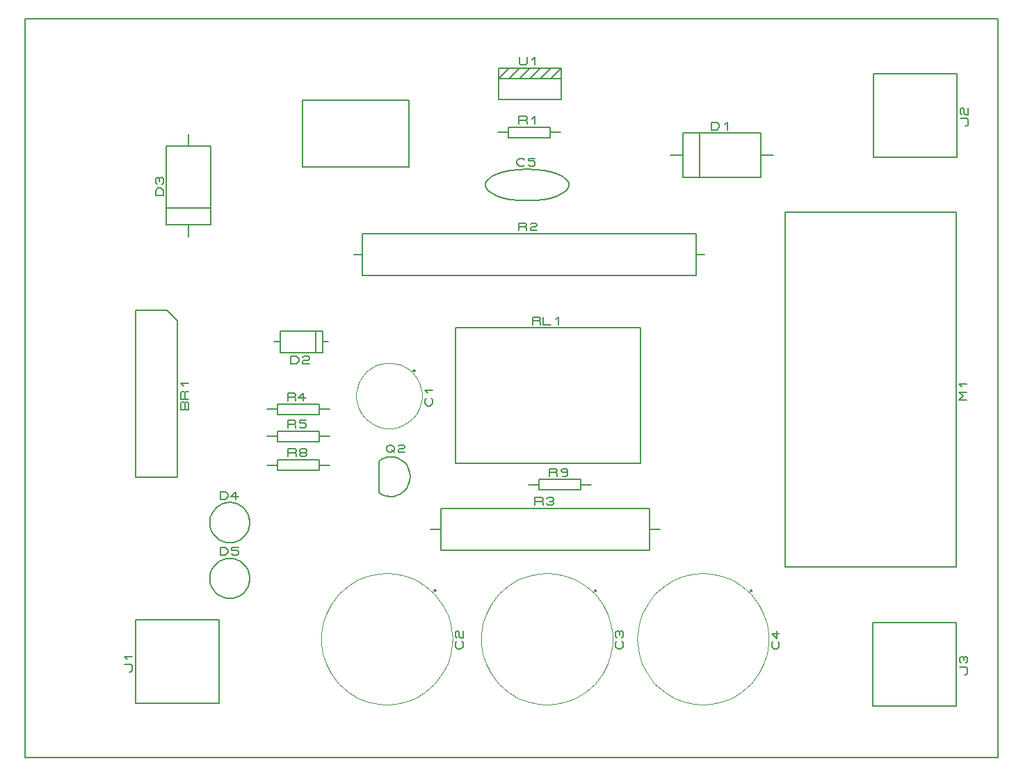
<source format=gbr>
G04 PROTEUS RS274X GERBER FILE*
%FSLAX45Y45*%
%MOMM*%
G01*
%ADD16C,0.203200*%
%ADD20C,0.120000*%
%ADD21C,0.200000*%
D16*
X-5004000Y+1022000D02*
X-5004000Y-1010000D01*
X-5004000Y+1022000D02*
X-4623000Y+1022000D01*
X-4496000Y+895000D01*
X-4496000Y-1010000D01*
X-5004000Y-1010000D01*
X-4363920Y-184500D02*
X-4455360Y-184500D01*
X-4455360Y-105125D01*
X-4440120Y-89250D01*
X-4424880Y-89250D01*
X-4409640Y-105125D01*
X-4394400Y-89250D01*
X-4379160Y-89250D01*
X-4363920Y-105125D01*
X-4363920Y-184500D01*
X-4409640Y-184500D02*
X-4409640Y-105125D01*
X-4363920Y-57500D02*
X-4455360Y-57500D01*
X-4455360Y+21875D01*
X-4440120Y+37750D01*
X-4424880Y+37750D01*
X-4409640Y+21875D01*
X-4409640Y-57500D01*
X-4409640Y+21875D02*
X-4394400Y+37750D01*
X-4363920Y+37750D01*
X-4424880Y+101250D02*
X-4455360Y+133000D01*
X-4363920Y+133000D01*
D20*
X-1520000Y-15000D02*
X-1521256Y+16670D01*
X-1531448Y+80011D01*
X-1552679Y+143352D01*
X-1587055Y+206693D01*
X-1639349Y+270018D01*
X-1702690Y+320822D01*
X-1766031Y+354180D01*
X-1829372Y+374598D01*
X-1892713Y+384068D01*
X-1920000Y+385000D01*
X-2320000Y-15000D02*
X-2318744Y+16670D01*
X-2308552Y+80011D01*
X-2287321Y+143352D01*
X-2252945Y+206693D01*
X-2200651Y+270018D01*
X-2137310Y+320822D01*
X-2073969Y+354180D01*
X-2010628Y+374598D01*
X-1947287Y+384068D01*
X-1920000Y+385000D01*
X-2320000Y-15000D02*
X-2318744Y-46670D01*
X-2308552Y-110011D01*
X-2287321Y-173352D01*
X-2252945Y-236693D01*
X-2200651Y-300018D01*
X-2137310Y-350822D01*
X-2073969Y-384180D01*
X-2010628Y-404598D01*
X-1947287Y-414068D01*
X-1920000Y-415000D01*
X-1520000Y-15000D02*
X-1521256Y-46670D01*
X-1531448Y-110011D01*
X-1552679Y-173352D01*
X-1587055Y-236693D01*
X-1639349Y-300018D01*
X-1702690Y-350822D01*
X-1766031Y-384180D01*
X-1829372Y-404598D01*
X-1892713Y-414068D01*
X-1920000Y-415000D01*
D21*
X-1605000Y+290000D02*
X-1605035Y+290831D01*
X-1605316Y+292495D01*
X-1605906Y+294159D01*
X-1606870Y+295823D01*
X-1608345Y+297464D01*
X-1610009Y+298665D01*
X-1611673Y+299430D01*
X-1613337Y+299861D01*
X-1615000Y+300000D01*
X-1625000Y+290000D02*
X-1624965Y+290831D01*
X-1624684Y+292495D01*
X-1624094Y+294159D01*
X-1623130Y+295823D01*
X-1621655Y+297464D01*
X-1619991Y+298665D01*
X-1618327Y+299430D01*
X-1616663Y+299861D01*
X-1615000Y+300000D01*
X-1625000Y+290000D02*
X-1624965Y+289169D01*
X-1624684Y+287505D01*
X-1624094Y+285841D01*
X-1623130Y+284177D01*
X-1621655Y+282536D01*
X-1619991Y+281335D01*
X-1618327Y+280570D01*
X-1616663Y+280139D01*
X-1615000Y+280000D01*
X-1605000Y+290000D02*
X-1605035Y+289169D01*
X-1605316Y+287505D01*
X-1605906Y+285841D01*
X-1606870Y+284177D01*
X-1608345Y+282536D01*
X-1610009Y+281335D01*
X-1611673Y+280570D01*
X-1613337Y+280139D01*
X-1615000Y+280000D01*
D16*
X-1407320Y-46750D02*
X-1392080Y-62625D01*
X-1392080Y-110250D01*
X-1422560Y-142000D01*
X-1453040Y-142000D01*
X-1483520Y-110250D01*
X-1483520Y-62625D01*
X-1468280Y-46750D01*
X-1453040Y+16750D02*
X-1483520Y+48500D01*
X-1392080Y+48500D01*
X-591000Y+3593000D02*
X+171000Y+3593000D01*
X+171000Y+3847000D01*
X-591000Y+3847000D01*
X-591000Y+3593000D01*
X-591000Y+3847000D02*
X-591000Y+3974000D01*
X+171000Y+3974000D01*
X+171000Y+3847000D01*
X-591000Y+3847000D02*
X-464000Y+3974000D01*
X-464000Y+3847000D02*
X-337000Y+3974000D01*
X-337000Y+3847000D02*
X-210000Y+3974000D01*
X-210000Y+3847000D02*
X-83000Y+3974000D01*
X-83000Y+3847000D02*
X+44000Y+3974000D01*
X+44000Y+3847000D02*
X+171000Y+3974000D01*
X-337000Y+4106080D02*
X-337000Y+4029880D01*
X-321125Y+4014640D01*
X-257625Y+4014640D01*
X-241750Y+4029880D01*
X-241750Y+4106080D01*
X-178250Y+4075600D02*
X-146500Y+4106080D01*
X-146500Y+4014640D01*
X-3247882Y+505380D02*
X-2729722Y+505380D01*
X-2729722Y+772080D01*
X-3247882Y+772080D01*
X-3247882Y+505380D01*
X-2811002Y+507920D02*
X-2811002Y+769540D01*
X-2658602Y+640000D02*
X-2729722Y+640000D01*
X-3247882Y+640000D02*
X-3319002Y+640000D01*
X-3115802Y+373300D02*
X-3115802Y+464740D01*
X-3052302Y+464740D01*
X-3020552Y+434260D01*
X-3020552Y+403780D01*
X-3052302Y+373300D01*
X-3115802Y+373300D01*
X-2972927Y+449500D02*
X-2957052Y+464740D01*
X-2909427Y+464740D01*
X-2893552Y+449500D01*
X-2893552Y+434260D01*
X-2909427Y+419020D01*
X-2957052Y+419020D01*
X-2972927Y+403780D01*
X-2972927Y+373300D01*
X-2893552Y+373300D01*
X-1110000Y-840000D02*
X+1140000Y-840000D01*
X+1140000Y+810000D01*
X-1110000Y+810000D01*
X-1110000Y-840000D01*
X-175500Y+850640D02*
X-175500Y+942080D01*
X-96125Y+942080D01*
X-80250Y+926840D01*
X-80250Y+911600D01*
X-96125Y+896360D01*
X-175500Y+896360D01*
X-96125Y+896360D02*
X-80250Y+881120D01*
X-80250Y+850640D01*
X-48500Y+942080D02*
X-48500Y+850640D01*
X+46750Y+850640D01*
X+110250Y+911600D02*
X+142000Y+942080D01*
X+142000Y+850640D01*
X+1655699Y+2640000D02*
X+2605699Y+2640000D01*
X+2605699Y+3180000D01*
X+1655699Y+3180000D01*
X+1655699Y+2640000D01*
X+1855699Y+3180000D02*
X+1855699Y+2640000D01*
X+1655699Y+2910000D02*
X+1505699Y+2910000D01*
X+2605699Y+2910000D02*
X+2755699Y+2910000D01*
X+2003699Y+3220640D02*
X+2003699Y+3312080D01*
X+2067199Y+3312080D01*
X+2098949Y+3281600D01*
X+2098949Y+3251120D01*
X+2067199Y+3220640D01*
X+2003699Y+3220640D01*
X+2162449Y+3281600D02*
X+2194199Y+3312080D01*
X+2194199Y+3220640D01*
X-4630000Y+2070000D02*
X-4090000Y+2070000D01*
X-4090000Y+3020000D01*
X-4630000Y+3020000D01*
X-4630000Y+2070000D01*
X-4630000Y+2270000D02*
X-4090000Y+2270000D01*
X-4360000Y+2070000D02*
X-4360000Y+1920000D01*
X-4360000Y+3020000D02*
X-4360000Y+3170000D01*
X-4670640Y+2418000D02*
X-4762080Y+2418000D01*
X-4762080Y+2481500D01*
X-4731600Y+2513250D01*
X-4701120Y+2513250D01*
X-4670640Y+2481500D01*
X-4670640Y+2418000D01*
X-4746840Y+2560875D02*
X-4762080Y+2576750D01*
X-4762080Y+2624375D01*
X-4746840Y+2640250D01*
X-4731600Y+2640250D01*
X-4716360Y+2624375D01*
X-4701120Y+2640250D01*
X-4685880Y+2640250D01*
X-4670640Y+2624375D01*
X-4670640Y+2576750D01*
X-4685880Y+2560875D01*
X-4716360Y+2592625D02*
X-4716360Y+2624375D01*
D20*
X-1150000Y-2975000D02*
X-1152278Y-2914668D01*
X-1170744Y-2794003D01*
X-1209055Y-2673338D01*
X-1270559Y-2552673D01*
X-1362497Y-2432008D01*
X-1482286Y-2325967D01*
X-1602951Y-2254197D01*
X-1723616Y-2207699D01*
X-1844281Y-2182016D01*
X-1950000Y-2175000D01*
X-2750000Y-2975000D02*
X-2747722Y-2914668D01*
X-2729256Y-2794003D01*
X-2690945Y-2673338D01*
X-2629441Y-2552673D01*
X-2537503Y-2432008D01*
X-2417714Y-2325967D01*
X-2297049Y-2254197D01*
X-2176384Y-2207699D01*
X-2055719Y-2182016D01*
X-1950000Y-2175000D01*
X-2750000Y-2975000D02*
X-2747722Y-3035332D01*
X-2729256Y-3155997D01*
X-2690945Y-3276662D01*
X-2629441Y-3397327D01*
X-2537503Y-3517992D01*
X-2417714Y-3624033D01*
X-2297049Y-3695803D01*
X-2176384Y-3742301D01*
X-2055719Y-3767984D01*
X-1950000Y-3775000D01*
X-1150000Y-2975000D02*
X-1152278Y-3035332D01*
X-1170744Y-3155997D01*
X-1209055Y-3276662D01*
X-1270559Y-3397327D01*
X-1362497Y-3517992D01*
X-1482286Y-3624033D01*
X-1602951Y-3695803D01*
X-1723616Y-3742301D01*
X-1844281Y-3767984D01*
X-1950000Y-3775000D01*
D21*
X-1352000Y-2387000D02*
X-1352035Y-2386169D01*
X-1352316Y-2384505D01*
X-1352906Y-2382841D01*
X-1353870Y-2381177D01*
X-1355345Y-2379536D01*
X-1357009Y-2378335D01*
X-1358673Y-2377570D01*
X-1360337Y-2377139D01*
X-1362000Y-2377000D01*
X-1372000Y-2387000D02*
X-1371965Y-2386169D01*
X-1371684Y-2384505D01*
X-1371094Y-2382841D01*
X-1370130Y-2381177D01*
X-1368655Y-2379536D01*
X-1366991Y-2378335D01*
X-1365327Y-2377570D01*
X-1363663Y-2377139D01*
X-1362000Y-2377000D01*
X-1372000Y-2387000D02*
X-1371965Y-2387831D01*
X-1371684Y-2389495D01*
X-1371094Y-2391159D01*
X-1370130Y-2392823D01*
X-1368655Y-2394464D01*
X-1366991Y-2395665D01*
X-1365327Y-2396430D01*
X-1363663Y-2396861D01*
X-1362000Y-2397000D01*
X-1352000Y-2387000D02*
X-1352035Y-2387831D01*
X-1352316Y-2389495D01*
X-1352906Y-2391159D01*
X-1353870Y-2392823D01*
X-1355345Y-2394464D01*
X-1357009Y-2395665D01*
X-1358673Y-2396430D01*
X-1360337Y-2396861D01*
X-1362000Y-2397000D01*
D16*
X-1037320Y-3006750D02*
X-1022080Y-3022625D01*
X-1022080Y-3070250D01*
X-1052560Y-3102000D01*
X-1083040Y-3102000D01*
X-1113520Y-3070250D01*
X-1113520Y-3022625D01*
X-1098280Y-3006750D01*
X-1098280Y-2959125D02*
X-1113520Y-2943250D01*
X-1113520Y-2895625D01*
X-1098280Y-2879750D01*
X-1083040Y-2879750D01*
X-1067800Y-2895625D01*
X-1067800Y-2943250D01*
X-1052560Y-2959125D01*
X-1022080Y-2959125D01*
X-1022080Y-2879750D01*
D20*
X+800000Y-2975000D02*
X+797722Y-2914668D01*
X+779256Y-2794003D01*
X+740945Y-2673338D01*
X+679441Y-2552673D01*
X+587503Y-2432008D01*
X+467714Y-2325967D01*
X+347049Y-2254197D01*
X+226384Y-2207699D01*
X+105719Y-2182016D01*
X+0Y-2175000D01*
X-800000Y-2975000D02*
X-797722Y-2914668D01*
X-779256Y-2794003D01*
X-740945Y-2673338D01*
X-679441Y-2552673D01*
X-587503Y-2432008D01*
X-467714Y-2325967D01*
X-347049Y-2254197D01*
X-226384Y-2207699D01*
X-105719Y-2182016D01*
X+0Y-2175000D01*
X-800000Y-2975000D02*
X-797722Y-3035332D01*
X-779256Y-3155997D01*
X-740945Y-3276662D01*
X-679441Y-3397327D01*
X-587503Y-3517992D01*
X-467714Y-3624033D01*
X-347049Y-3695803D01*
X-226384Y-3742301D01*
X-105719Y-3767984D01*
X+0Y-3775000D01*
X+800000Y-2975000D02*
X+797722Y-3035332D01*
X+779256Y-3155997D01*
X+740945Y-3276662D01*
X+679441Y-3397327D01*
X+587503Y-3517992D01*
X+467714Y-3624033D01*
X+347049Y-3695803D01*
X+226384Y-3742301D01*
X+105719Y-3767984D01*
X+0Y-3775000D01*
D21*
X+598000Y-2387000D02*
X+597965Y-2386169D01*
X+597684Y-2384505D01*
X+597094Y-2382841D01*
X+596130Y-2381177D01*
X+594655Y-2379536D01*
X+592991Y-2378335D01*
X+591327Y-2377570D01*
X+589663Y-2377139D01*
X+588000Y-2377000D01*
X+578000Y-2387000D02*
X+578035Y-2386169D01*
X+578316Y-2384505D01*
X+578906Y-2382841D01*
X+579870Y-2381177D01*
X+581345Y-2379536D01*
X+583009Y-2378335D01*
X+584673Y-2377570D01*
X+586337Y-2377139D01*
X+588000Y-2377000D01*
X+578000Y-2387000D02*
X+578035Y-2387831D01*
X+578316Y-2389495D01*
X+578906Y-2391159D01*
X+579870Y-2392823D01*
X+581345Y-2394464D01*
X+583009Y-2395665D01*
X+584673Y-2396430D01*
X+586337Y-2396861D01*
X+588000Y-2397000D01*
X+598000Y-2387000D02*
X+597965Y-2387831D01*
X+597684Y-2389495D01*
X+597094Y-2391159D01*
X+596130Y-2392823D01*
X+594655Y-2394464D01*
X+592991Y-2395665D01*
X+591327Y-2396430D01*
X+589663Y-2396861D01*
X+588000Y-2397000D01*
D16*
X+912680Y-3006750D02*
X+927920Y-3022625D01*
X+927920Y-3070250D01*
X+897440Y-3102000D01*
X+866960Y-3102000D01*
X+836480Y-3070250D01*
X+836480Y-3022625D01*
X+851720Y-3006750D01*
X+851720Y-2959125D02*
X+836480Y-2943250D01*
X+836480Y-2895625D01*
X+851720Y-2879750D01*
X+866960Y-2879750D01*
X+882200Y-2895625D01*
X+897440Y-2879750D01*
X+912680Y-2879750D01*
X+927920Y-2895625D01*
X+927920Y-2943250D01*
X+912680Y-2959125D01*
X+882200Y-2927375D02*
X+882200Y-2895625D01*
D20*
X+2700000Y-2975000D02*
X+2697722Y-2914668D01*
X+2679256Y-2794003D01*
X+2640945Y-2673338D01*
X+2579441Y-2552673D01*
X+2487503Y-2432008D01*
X+2367714Y-2325967D01*
X+2247049Y-2254197D01*
X+2126384Y-2207699D01*
X+2005719Y-2182016D01*
X+1900000Y-2175000D01*
X+1100000Y-2975000D02*
X+1102278Y-2914668D01*
X+1120744Y-2794003D01*
X+1159055Y-2673338D01*
X+1220559Y-2552673D01*
X+1312497Y-2432008D01*
X+1432286Y-2325967D01*
X+1552951Y-2254197D01*
X+1673616Y-2207699D01*
X+1794281Y-2182016D01*
X+1900000Y-2175000D01*
X+1100000Y-2975000D02*
X+1102278Y-3035332D01*
X+1120744Y-3155997D01*
X+1159055Y-3276662D01*
X+1220559Y-3397327D01*
X+1312497Y-3517992D01*
X+1432286Y-3624033D01*
X+1552951Y-3695803D01*
X+1673616Y-3742301D01*
X+1794281Y-3767984D01*
X+1900000Y-3775000D01*
X+2700000Y-2975000D02*
X+2697722Y-3035332D01*
X+2679256Y-3155997D01*
X+2640945Y-3276662D01*
X+2579441Y-3397327D01*
X+2487503Y-3517992D01*
X+2367714Y-3624033D01*
X+2247049Y-3695803D01*
X+2126384Y-3742301D01*
X+2005719Y-3767984D01*
X+1900000Y-3775000D01*
D21*
X+2498000Y-2387000D02*
X+2497965Y-2386169D01*
X+2497684Y-2384505D01*
X+2497094Y-2382841D01*
X+2496130Y-2381177D01*
X+2494655Y-2379536D01*
X+2492991Y-2378335D01*
X+2491327Y-2377570D01*
X+2489663Y-2377139D01*
X+2488000Y-2377000D01*
X+2478000Y-2387000D02*
X+2478035Y-2386169D01*
X+2478316Y-2384505D01*
X+2478906Y-2382841D01*
X+2479870Y-2381177D01*
X+2481345Y-2379536D01*
X+2483009Y-2378335D01*
X+2484673Y-2377570D01*
X+2486337Y-2377139D01*
X+2488000Y-2377000D01*
X+2478000Y-2387000D02*
X+2478035Y-2387831D01*
X+2478316Y-2389495D01*
X+2478906Y-2391159D01*
X+2479870Y-2392823D01*
X+2481345Y-2394464D01*
X+2483009Y-2395665D01*
X+2484673Y-2396430D01*
X+2486337Y-2396861D01*
X+2488000Y-2397000D01*
X+2498000Y-2387000D02*
X+2497965Y-2387831D01*
X+2497684Y-2389495D01*
X+2497094Y-2391159D01*
X+2496130Y-2392823D01*
X+2494655Y-2394464D01*
X+2492991Y-2395665D01*
X+2491327Y-2396430D01*
X+2489663Y-2396861D01*
X+2488000Y-2397000D01*
D16*
X+2812680Y-3006750D02*
X+2827920Y-3022625D01*
X+2827920Y-3070250D01*
X+2797440Y-3102000D01*
X+2766960Y-3102000D01*
X+2736480Y-3070250D01*
X+2736480Y-3022625D01*
X+2751720Y-3006750D01*
X+2797440Y-2879750D02*
X+2797440Y-2975000D01*
X+2736480Y-2911500D01*
X+2827920Y-2911500D01*
X+4992476Y+3899524D02*
X+3976476Y+3899524D01*
X+4992476Y+2883524D02*
X+3976476Y+2883524D01*
X+3976476Y+3899524D02*
X+3976476Y+2883524D01*
X+4992476Y+3899524D02*
X+4992476Y+2883524D01*
X+5094076Y+3264524D02*
X+5109316Y+3264524D01*
X+5124556Y+3280399D01*
X+5124556Y+3343899D01*
X+5109316Y+3359774D01*
X+5033116Y+3359774D01*
X+5048356Y+3407399D02*
X+5033116Y+3423274D01*
X+5033116Y+3470899D01*
X+5048356Y+3486774D01*
X+5063596Y+3486774D01*
X+5078836Y+3470899D01*
X+5078836Y+3423274D01*
X+5094076Y+3407399D01*
X+5124556Y+3407399D01*
X+5124556Y+3486774D01*
X-5008000Y-3762000D02*
X-3992000Y-3762000D01*
X-5008000Y-2746000D02*
X-3992000Y-2746000D01*
X-3992000Y-3762000D02*
X-3992000Y-2746000D01*
X-5008000Y-3762000D02*
X-5008000Y-2746000D01*
X-5079120Y-3381000D02*
X-5063880Y-3381000D01*
X-5048640Y-3365125D01*
X-5048640Y-3301625D01*
X-5063880Y-3285750D01*
X-5140080Y-3285750D01*
X-5109600Y-3222250D02*
X-5140080Y-3190500D01*
X-5048640Y-3190500D01*
X-593000Y+3190000D02*
X-466000Y+3190000D01*
X-466000Y+3126500D02*
X+42000Y+3126500D01*
X+42000Y+3253500D01*
X-466000Y+3253500D01*
X-466000Y+3126500D01*
X+42000Y+3190000D02*
X+169000Y+3190000D01*
X-339000Y+3294140D02*
X-339000Y+3385580D01*
X-259625Y+3385580D01*
X-243750Y+3370340D01*
X-243750Y+3355100D01*
X-259625Y+3339860D01*
X-339000Y+3339860D01*
X-259625Y+3339860D02*
X-243750Y+3324620D01*
X-243750Y+3294140D01*
X-180250Y+3355100D02*
X-148500Y+3385580D01*
X-148500Y+3294140D01*
X-2347600Y+1700000D02*
X-2246000Y+1700000D01*
X-2246000Y+1446000D02*
X+1818000Y+1446000D01*
X+1818000Y+1954000D01*
X-2246000Y+1954000D01*
X-2246000Y+1446000D01*
X+1818000Y+1700000D02*
X+1919600Y+1700000D01*
X-341000Y+1994640D02*
X-341000Y+2086080D01*
X-261625Y+2086080D01*
X-245750Y+2070840D01*
X-245750Y+2055600D01*
X-261625Y+2040360D01*
X-341000Y+2040360D01*
X-261625Y+2040360D02*
X-245750Y+2025120D01*
X-245750Y+1994640D01*
X-198125Y+2070840D02*
X-182250Y+2086080D01*
X-134625Y+2086080D01*
X-118750Y+2070840D01*
X-118750Y+2055600D01*
X-134625Y+2040360D01*
X-182250Y+2040360D01*
X-198125Y+2025120D01*
X-198125Y+1994640D01*
X-118750Y+1994640D01*
X-1413000Y-1640000D02*
X-1286000Y-1640000D01*
X-1286000Y-1894000D02*
X+1254000Y-1894000D01*
X+1254000Y-1386000D01*
X-1286000Y-1386000D01*
X-1286000Y-1894000D01*
X+1254000Y-1640000D02*
X+1381000Y-1640000D01*
X-143000Y-1345360D02*
X-143000Y-1253920D01*
X-63625Y-1253920D01*
X-47750Y-1269160D01*
X-47750Y-1284400D01*
X-63625Y-1299640D01*
X-143000Y-1299640D01*
X-63625Y-1299640D02*
X-47750Y-1314880D01*
X-47750Y-1345360D01*
X-125Y-1269160D02*
X+15750Y-1253920D01*
X+63375Y-1253920D01*
X+79250Y-1269160D01*
X+79250Y-1284400D01*
X+63375Y-1299640D01*
X+79250Y-1314880D01*
X+79250Y-1330120D01*
X+63375Y-1345360D01*
X+15750Y-1345360D01*
X-125Y-1330120D01*
X+31625Y-1299640D02*
X+63375Y-1299640D01*
X+2900000Y-2098000D02*
X+4980000Y-2098000D01*
X+4980000Y+2220000D01*
X+2900000Y+2220000D01*
X+2900000Y-2098000D01*
X+5112080Y-66000D02*
X+5020640Y-66000D01*
X+5066360Y-18375D01*
X+5020640Y+29250D01*
X+5112080Y+29250D01*
X+5051120Y+92750D02*
X+5020640Y+124500D01*
X+5112080Y+124500D01*
X+4988000Y-2776000D02*
X+3972000Y-2776000D01*
X+4988000Y-3792000D02*
X+3972000Y-3792000D01*
X+3972000Y-2776000D02*
X+3972000Y-3792000D01*
X+4988000Y-2776000D02*
X+4988000Y-3792000D01*
X+5089600Y-3411000D02*
X+5104840Y-3411000D01*
X+5120080Y-3395125D01*
X+5120080Y-3331625D01*
X+5104840Y-3315750D01*
X+5028640Y-3315750D01*
X+5043880Y-3268125D02*
X+5028640Y-3252250D01*
X+5028640Y-3204625D01*
X+5043880Y-3188750D01*
X+5059120Y-3188750D01*
X+5074360Y-3204625D01*
X+5089600Y-3188750D01*
X+5104840Y-3188750D01*
X+5120080Y-3204625D01*
X+5120080Y-3252250D01*
X+5104840Y-3268125D01*
X+5074360Y-3236375D02*
X+5074360Y-3204625D01*
X-2977992Y+2769153D02*
X-1677992Y+2769153D01*
X-1677992Y+3579153D01*
X-2977992Y+3579153D01*
X-2977992Y+2769153D01*
X-6350960Y-4420960D02*
X+5490000Y-4420960D01*
X+5490000Y+4570000D01*
X-6350960Y+4570000D01*
X-6350960Y-4420960D01*
X-747000Y+2550000D02*
X-744448Y+2569720D01*
X-736944Y+2588814D01*
X-724715Y+2607195D01*
X-707987Y+2624771D01*
X-661944Y+2657156D01*
X-600632Y+2685255D01*
X-525866Y+2708353D01*
X-439462Y+2725736D01*
X-343234Y+2736690D01*
X-239000Y+2740500D01*
X+269000Y+2550000D02*
X+266420Y+2569720D01*
X+258840Y+2588814D01*
X+246497Y+2607195D01*
X+229630Y+2624771D01*
X+183275Y+2657156D01*
X+121680Y+2685255D01*
X+46750Y+2708353D01*
X-39610Y+2725736D01*
X-135495Y+2736690D01*
X-239000Y+2740500D01*
X+269000Y+2550000D02*
X+266420Y+2530280D01*
X+258840Y+2511186D01*
X+246497Y+2492805D01*
X+229630Y+2475229D01*
X+183275Y+2442844D01*
X+121680Y+2414745D01*
X+46750Y+2391647D01*
X-39610Y+2374264D01*
X-135495Y+2363310D01*
X-239000Y+2359500D01*
X-747000Y+2550000D02*
X-744448Y+2530280D01*
X-736944Y+2511186D01*
X-724715Y+2492805D01*
X-707987Y+2475229D01*
X-661944Y+2442844D01*
X-600632Y+2414745D01*
X-525866Y+2391647D01*
X-439462Y+2374264D01*
X-343234Y+2363310D01*
X-239000Y+2359500D01*
X-270750Y+2796380D02*
X-286625Y+2781140D01*
X-334250Y+2781140D01*
X-366000Y+2811620D01*
X-366000Y+2842100D01*
X-334250Y+2872580D01*
X-286625Y+2872580D01*
X-270750Y+2857340D01*
X-143750Y+2872580D02*
X-223125Y+2872580D01*
X-223125Y+2842100D01*
X-159625Y+2842100D01*
X-143750Y+2826860D01*
X-143750Y+2796380D01*
X-159625Y+2781140D01*
X-207250Y+2781140D01*
X-223125Y+2796380D01*
X-3615470Y-1560000D02*
X-3616268Y-1540257D01*
X-3622752Y-1500770D01*
X-3636282Y-1461283D01*
X-3658271Y-1421796D01*
X-3691873Y-1382438D01*
X-3731360Y-1352042D01*
X-3770847Y-1332301D01*
X-3810334Y-1320567D01*
X-3849821Y-1315682D01*
X-3860000Y-1315470D01*
X-4104530Y-1560000D02*
X-4103732Y-1540257D01*
X-4097248Y-1500770D01*
X-4083718Y-1461283D01*
X-4061729Y-1421796D01*
X-4028127Y-1382438D01*
X-3988640Y-1352042D01*
X-3949153Y-1332301D01*
X-3909666Y-1320567D01*
X-3870179Y-1315682D01*
X-3860000Y-1315470D01*
X-4104530Y-1560000D02*
X-4103732Y-1579743D01*
X-4097248Y-1619230D01*
X-4083718Y-1658717D01*
X-4061729Y-1698204D01*
X-4028127Y-1737562D01*
X-3988640Y-1767958D01*
X-3949153Y-1787699D01*
X-3909666Y-1799433D01*
X-3870179Y-1804318D01*
X-3860000Y-1804530D01*
X-3615470Y-1560000D02*
X-3616268Y-1579743D01*
X-3622752Y-1619230D01*
X-3636282Y-1658717D01*
X-3658271Y-1698204D01*
X-3691873Y-1737562D01*
X-3731360Y-1767958D01*
X-3770847Y-1787699D01*
X-3810334Y-1799433D01*
X-3849821Y-1804318D01*
X-3860000Y-1804530D01*
X-3977475Y-1274830D02*
X-3977475Y-1183390D01*
X-3913975Y-1183390D01*
X-3882225Y-1213870D01*
X-3882225Y-1244350D01*
X-3913975Y-1274830D01*
X-3977475Y-1274830D01*
X-3755225Y-1244350D02*
X-3850475Y-1244350D01*
X-3786975Y-1183390D01*
X-3786975Y-1274830D01*
X-3615470Y-2240000D02*
X-3616268Y-2220257D01*
X-3622752Y-2180770D01*
X-3636282Y-2141283D01*
X-3658271Y-2101796D01*
X-3691873Y-2062438D01*
X-3731360Y-2032042D01*
X-3770847Y-2012301D01*
X-3810334Y-2000567D01*
X-3849821Y-1995682D01*
X-3860000Y-1995470D01*
X-4104530Y-2240000D02*
X-4103732Y-2220257D01*
X-4097248Y-2180770D01*
X-4083718Y-2141283D01*
X-4061729Y-2101796D01*
X-4028127Y-2062438D01*
X-3988640Y-2032042D01*
X-3949153Y-2012301D01*
X-3909666Y-2000567D01*
X-3870179Y-1995682D01*
X-3860000Y-1995470D01*
X-4104530Y-2240000D02*
X-4103732Y-2259743D01*
X-4097248Y-2299230D01*
X-4083718Y-2338717D01*
X-4061729Y-2378204D01*
X-4028127Y-2417562D01*
X-3988640Y-2447958D01*
X-3949153Y-2467699D01*
X-3909666Y-2479433D01*
X-3870179Y-2484318D01*
X-3860000Y-2484530D01*
X-3615470Y-2240000D02*
X-3616268Y-2259743D01*
X-3622752Y-2299230D01*
X-3636282Y-2338717D01*
X-3658271Y-2378204D01*
X-3691873Y-2417562D01*
X-3731360Y-2447958D01*
X-3770847Y-2467699D01*
X-3810334Y-2479433D01*
X-3849821Y-2484318D01*
X-3860000Y-2484530D01*
X-3977475Y-1954830D02*
X-3977475Y-1863390D01*
X-3913975Y-1863390D01*
X-3882225Y-1893870D01*
X-3882225Y-1924350D01*
X-3913975Y-1954830D01*
X-3977475Y-1954830D01*
X-3755225Y-1863390D02*
X-3834600Y-1863390D01*
X-3834600Y-1893870D01*
X-3771100Y-1893870D01*
X-3755225Y-1909110D01*
X-3755225Y-1939590D01*
X-3771100Y-1954830D01*
X-3818725Y-1954830D01*
X-3834600Y-1939590D01*
X-3409000Y-180000D02*
X-3282000Y-180000D01*
X-3282000Y-243500D02*
X-2774000Y-243500D01*
X-2774000Y-116500D01*
X-3282000Y-116500D01*
X-3282000Y-243500D01*
X-2774000Y-180000D02*
X-2647000Y-180000D01*
X-3155000Y-75860D02*
X-3155000Y+15580D01*
X-3075625Y+15580D01*
X-3059750Y+340D01*
X-3059750Y-14900D01*
X-3075625Y-30140D01*
X-3155000Y-30140D01*
X-3075625Y-30140D02*
X-3059750Y-45380D01*
X-3059750Y-75860D01*
X-2932750Y-45380D02*
X-3028000Y-45380D01*
X-2964500Y+15580D01*
X-2964500Y-75860D01*
X-3409000Y-510000D02*
X-3282000Y-510000D01*
X-3282000Y-573500D02*
X-2774000Y-573500D01*
X-2774000Y-446500D01*
X-3282000Y-446500D01*
X-3282000Y-573500D01*
X-2774000Y-510000D02*
X-2647000Y-510000D01*
X-3155000Y-405860D02*
X-3155000Y-314420D01*
X-3075625Y-314420D01*
X-3059750Y-329660D01*
X-3059750Y-344900D01*
X-3075625Y-360140D01*
X-3155000Y-360140D01*
X-3075625Y-360140D02*
X-3059750Y-375380D01*
X-3059750Y-405860D01*
X-2932750Y-314420D02*
X-3012125Y-314420D01*
X-3012125Y-344900D01*
X-2948625Y-344900D01*
X-2932750Y-360140D01*
X-2932750Y-390620D01*
X-2948625Y-405860D01*
X-2996250Y-405860D01*
X-3012125Y-390620D01*
X-3403000Y-860000D02*
X-3276000Y-860000D01*
X-3276000Y-923500D02*
X-2768000Y-923500D01*
X-2768000Y-796500D01*
X-3276000Y-796500D01*
X-3276000Y-923500D01*
X-2768000Y-860000D02*
X-2641000Y-860000D01*
X-3149000Y-755860D02*
X-3149000Y-664420D01*
X-3069625Y-664420D01*
X-3053750Y-679660D01*
X-3053750Y-694900D01*
X-3069625Y-710140D01*
X-3149000Y-710140D01*
X-3069625Y-710140D02*
X-3053750Y-725380D01*
X-3053750Y-755860D01*
X-2990250Y-710140D02*
X-3006125Y-694900D01*
X-3006125Y-679660D01*
X-2990250Y-664420D01*
X-2942625Y-664420D01*
X-2926750Y-679660D01*
X-2926750Y-694900D01*
X-2942625Y-710140D01*
X-2990250Y-710140D01*
X-3006125Y-725380D01*
X-3006125Y-740620D01*
X-2990250Y-755860D01*
X-2942625Y-755860D01*
X-2926750Y-740620D01*
X-2926750Y-725380D01*
X-2942625Y-710140D01*
X-223000Y-1100000D02*
X-96000Y-1100000D01*
X-96000Y-1163500D02*
X+412000Y-1163500D01*
X+412000Y-1036500D01*
X-96000Y-1036500D01*
X-96000Y-1163500D01*
X+412000Y-1100000D02*
X+539000Y-1100000D01*
X+31000Y-995860D02*
X+31000Y-904420D01*
X+110375Y-904420D01*
X+126250Y-919660D01*
X+126250Y-934900D01*
X+110375Y-950140D01*
X+31000Y-950140D01*
X+110375Y-950140D02*
X+126250Y-965380D01*
X+126250Y-995860D01*
X+253250Y-934900D02*
X+237375Y-950140D01*
X+189750Y-950140D01*
X+173875Y-934900D01*
X+173875Y-919660D01*
X+189750Y-904420D01*
X+237375Y-904420D01*
X+253250Y-919660D01*
X+253250Y-980620D01*
X+237375Y-995860D01*
X+189750Y-995860D01*
X-2047000Y-809500D02*
X-2047000Y-1190500D01*
X-1920000Y-758700D02*
X-1943688Y-760883D01*
X-1966633Y-766638D01*
X-2007312Y-784100D01*
X-2047000Y-809500D01*
X-1920000Y-758700D02*
X-1868065Y-759562D01*
X-1820037Y-770954D01*
X-1776846Y-791796D01*
X-1739422Y-821009D01*
X-1708695Y-857516D01*
X-1685596Y-900236D01*
X-1671054Y-948090D01*
X-1666000Y-1000000D01*
X-1920000Y-1241300D02*
X-1943688Y-1239117D01*
X-1966633Y-1233362D01*
X-2007312Y-1215900D01*
X-2047000Y-1190500D01*
X-1920000Y-1241300D02*
X-1868065Y-1240438D01*
X-1820037Y-1229046D01*
X-1776846Y-1208204D01*
X-1739422Y-1178991D01*
X-1708695Y-1142484D01*
X-1685596Y-1099764D01*
X-1671054Y-1051910D01*
X-1666000Y-1000000D01*
X-1952480Y-644400D02*
X-1920730Y-613920D01*
X-1888980Y-613920D01*
X-1857230Y-644400D01*
X-1857230Y-674880D01*
X-1888980Y-705360D01*
X-1920730Y-705360D01*
X-1952480Y-674880D01*
X-1952480Y-644400D01*
X-1888980Y-674880D02*
X-1857230Y-705360D01*
X-1809605Y-629160D02*
X-1793730Y-613920D01*
X-1746105Y-613920D01*
X-1730230Y-629160D01*
X-1730230Y-644400D01*
X-1746105Y-659640D01*
X-1793730Y-659640D01*
X-1809605Y-674880D01*
X-1809605Y-705360D01*
X-1730230Y-705360D01*
M02*

</source>
